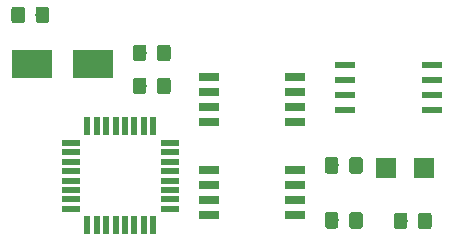
<source format=gtp>
G04 #@! TF.GenerationSoftware,KiCad,Pcbnew,(5.1.4)-1*
G04 #@! TF.CreationDate,2019-09-21T23:44:47+03:00*
G04 #@! TF.ProjectId,Project_3_BACEE,50726f6a-6563-4745-9f33-5f4241434545,v1.0*
G04 #@! TF.SameCoordinates,Original*
G04 #@! TF.FileFunction,Paste,Top*
G04 #@! TF.FilePolarity,Positive*
%FSLAX46Y46*%
G04 Gerber Fmt 4.6, Leading zero omitted, Abs format (unit mm)*
G04 Created by KiCad (PCBNEW (5.1.4)-1) date 2019-09-21 23:44:47*
%MOMM*%
%LPD*%
G04 APERTURE LIST*
%ADD10C,0.100000*%
%ADD11C,1.150000*%
%ADD12R,1.700000X0.650000*%
%ADD13R,1.750000X0.550000*%
%ADD14R,0.550000X1.500000*%
%ADD15R,1.500000X0.550000*%
%ADD16R,1.750000X1.800000*%
%ADD17R,3.500000X2.400000*%
G04 APERTURE END LIST*
D10*
G36*
X127340505Y-94043204D02*
G01*
X127364773Y-94046804D01*
X127388572Y-94052765D01*
X127411671Y-94061030D01*
X127433850Y-94071520D01*
X127454893Y-94084132D01*
X127474599Y-94098747D01*
X127492777Y-94115223D01*
X127509253Y-94133401D01*
X127523868Y-94153107D01*
X127536480Y-94174150D01*
X127546970Y-94196329D01*
X127555235Y-94219428D01*
X127561196Y-94243227D01*
X127564796Y-94267495D01*
X127566000Y-94291999D01*
X127566000Y-95192001D01*
X127564796Y-95216505D01*
X127561196Y-95240773D01*
X127555235Y-95264572D01*
X127546970Y-95287671D01*
X127536480Y-95309850D01*
X127523868Y-95330893D01*
X127509253Y-95350599D01*
X127492777Y-95368777D01*
X127474599Y-95385253D01*
X127454893Y-95399868D01*
X127433850Y-95412480D01*
X127411671Y-95422970D01*
X127388572Y-95431235D01*
X127364773Y-95437196D01*
X127340505Y-95440796D01*
X127316001Y-95442000D01*
X126665999Y-95442000D01*
X126641495Y-95440796D01*
X126617227Y-95437196D01*
X126593428Y-95431235D01*
X126570329Y-95422970D01*
X126548150Y-95412480D01*
X126527107Y-95399868D01*
X126507401Y-95385253D01*
X126489223Y-95368777D01*
X126472747Y-95350599D01*
X126458132Y-95330893D01*
X126445520Y-95309850D01*
X126435030Y-95287671D01*
X126426765Y-95264572D01*
X126420804Y-95240773D01*
X126417204Y-95216505D01*
X126416000Y-95192001D01*
X126416000Y-94291999D01*
X126417204Y-94267495D01*
X126420804Y-94243227D01*
X126426765Y-94219428D01*
X126435030Y-94196329D01*
X126445520Y-94174150D01*
X126458132Y-94153107D01*
X126472747Y-94133401D01*
X126489223Y-94115223D01*
X126507401Y-94098747D01*
X126527107Y-94084132D01*
X126548150Y-94071520D01*
X126570329Y-94061030D01*
X126593428Y-94052765D01*
X126617227Y-94046804D01*
X126641495Y-94043204D01*
X126665999Y-94042000D01*
X127316001Y-94042000D01*
X127340505Y-94043204D01*
X127340505Y-94043204D01*
G37*
D11*
X126991000Y-94742000D03*
D10*
G36*
X129390505Y-94043204D02*
G01*
X129414773Y-94046804D01*
X129438572Y-94052765D01*
X129461671Y-94061030D01*
X129483850Y-94071520D01*
X129504893Y-94084132D01*
X129524599Y-94098747D01*
X129542777Y-94115223D01*
X129559253Y-94133401D01*
X129573868Y-94153107D01*
X129586480Y-94174150D01*
X129596970Y-94196329D01*
X129605235Y-94219428D01*
X129611196Y-94243227D01*
X129614796Y-94267495D01*
X129616000Y-94291999D01*
X129616000Y-95192001D01*
X129614796Y-95216505D01*
X129611196Y-95240773D01*
X129605235Y-95264572D01*
X129596970Y-95287671D01*
X129586480Y-95309850D01*
X129573868Y-95330893D01*
X129559253Y-95350599D01*
X129542777Y-95368777D01*
X129524599Y-95385253D01*
X129504893Y-95399868D01*
X129483850Y-95412480D01*
X129461671Y-95422970D01*
X129438572Y-95431235D01*
X129414773Y-95437196D01*
X129390505Y-95440796D01*
X129366001Y-95442000D01*
X128715999Y-95442000D01*
X128691495Y-95440796D01*
X128667227Y-95437196D01*
X128643428Y-95431235D01*
X128620329Y-95422970D01*
X128598150Y-95412480D01*
X128577107Y-95399868D01*
X128557401Y-95385253D01*
X128539223Y-95368777D01*
X128522747Y-95350599D01*
X128508132Y-95330893D01*
X128495520Y-95309850D01*
X128485030Y-95287671D01*
X128476765Y-95264572D01*
X128470804Y-95240773D01*
X128467204Y-95216505D01*
X128466000Y-95192001D01*
X128466000Y-94291999D01*
X128467204Y-94267495D01*
X128470804Y-94243227D01*
X128476765Y-94219428D01*
X128485030Y-94196329D01*
X128495520Y-94174150D01*
X128508132Y-94153107D01*
X128522747Y-94133401D01*
X128539223Y-94115223D01*
X128557401Y-94098747D01*
X128577107Y-94084132D01*
X128598150Y-94071520D01*
X128620329Y-94061030D01*
X128643428Y-94052765D01*
X128667227Y-94046804D01*
X128691495Y-94043204D01*
X128715999Y-94042000D01*
X129366001Y-94042000D01*
X129390505Y-94043204D01*
X129390505Y-94043204D01*
G37*
D11*
X129041000Y-94742000D03*
D10*
G36*
X127340505Y-91249204D02*
G01*
X127364773Y-91252804D01*
X127388572Y-91258765D01*
X127411671Y-91267030D01*
X127433850Y-91277520D01*
X127454893Y-91290132D01*
X127474599Y-91304747D01*
X127492777Y-91321223D01*
X127509253Y-91339401D01*
X127523868Y-91359107D01*
X127536480Y-91380150D01*
X127546970Y-91402329D01*
X127555235Y-91425428D01*
X127561196Y-91449227D01*
X127564796Y-91473495D01*
X127566000Y-91497999D01*
X127566000Y-92398001D01*
X127564796Y-92422505D01*
X127561196Y-92446773D01*
X127555235Y-92470572D01*
X127546970Y-92493671D01*
X127536480Y-92515850D01*
X127523868Y-92536893D01*
X127509253Y-92556599D01*
X127492777Y-92574777D01*
X127474599Y-92591253D01*
X127454893Y-92605868D01*
X127433850Y-92618480D01*
X127411671Y-92628970D01*
X127388572Y-92637235D01*
X127364773Y-92643196D01*
X127340505Y-92646796D01*
X127316001Y-92648000D01*
X126665999Y-92648000D01*
X126641495Y-92646796D01*
X126617227Y-92643196D01*
X126593428Y-92637235D01*
X126570329Y-92628970D01*
X126548150Y-92618480D01*
X126527107Y-92605868D01*
X126507401Y-92591253D01*
X126489223Y-92574777D01*
X126472747Y-92556599D01*
X126458132Y-92536893D01*
X126445520Y-92515850D01*
X126435030Y-92493671D01*
X126426765Y-92470572D01*
X126420804Y-92446773D01*
X126417204Y-92422505D01*
X126416000Y-92398001D01*
X126416000Y-91497999D01*
X126417204Y-91473495D01*
X126420804Y-91449227D01*
X126426765Y-91425428D01*
X126435030Y-91402329D01*
X126445520Y-91380150D01*
X126458132Y-91359107D01*
X126472747Y-91339401D01*
X126489223Y-91321223D01*
X126507401Y-91304747D01*
X126527107Y-91290132D01*
X126548150Y-91277520D01*
X126570329Y-91267030D01*
X126593428Y-91258765D01*
X126617227Y-91252804D01*
X126641495Y-91249204D01*
X126665999Y-91248000D01*
X127316001Y-91248000D01*
X127340505Y-91249204D01*
X127340505Y-91249204D01*
G37*
D11*
X126991000Y-91948000D03*
D10*
G36*
X129390505Y-91249204D02*
G01*
X129414773Y-91252804D01*
X129438572Y-91258765D01*
X129461671Y-91267030D01*
X129483850Y-91277520D01*
X129504893Y-91290132D01*
X129524599Y-91304747D01*
X129542777Y-91321223D01*
X129559253Y-91339401D01*
X129573868Y-91359107D01*
X129586480Y-91380150D01*
X129596970Y-91402329D01*
X129605235Y-91425428D01*
X129611196Y-91449227D01*
X129614796Y-91473495D01*
X129616000Y-91497999D01*
X129616000Y-92398001D01*
X129614796Y-92422505D01*
X129611196Y-92446773D01*
X129605235Y-92470572D01*
X129596970Y-92493671D01*
X129586480Y-92515850D01*
X129573868Y-92536893D01*
X129559253Y-92556599D01*
X129542777Y-92574777D01*
X129524599Y-92591253D01*
X129504893Y-92605868D01*
X129483850Y-92618480D01*
X129461671Y-92628970D01*
X129438572Y-92637235D01*
X129414773Y-92643196D01*
X129390505Y-92646796D01*
X129366001Y-92648000D01*
X128715999Y-92648000D01*
X128691495Y-92646796D01*
X128667227Y-92643196D01*
X128643428Y-92637235D01*
X128620329Y-92628970D01*
X128598150Y-92618480D01*
X128577107Y-92605868D01*
X128557401Y-92591253D01*
X128539223Y-92574777D01*
X128522747Y-92556599D01*
X128508132Y-92536893D01*
X128495520Y-92515850D01*
X128485030Y-92493671D01*
X128476765Y-92470572D01*
X128470804Y-92446773D01*
X128467204Y-92422505D01*
X128466000Y-92398001D01*
X128466000Y-91497999D01*
X128467204Y-91473495D01*
X128470804Y-91449227D01*
X128476765Y-91425428D01*
X128485030Y-91402329D01*
X128495520Y-91380150D01*
X128508132Y-91359107D01*
X128522747Y-91339401D01*
X128539223Y-91321223D01*
X128557401Y-91304747D01*
X128577107Y-91290132D01*
X128598150Y-91277520D01*
X128620329Y-91267030D01*
X128643428Y-91258765D01*
X128667227Y-91252804D01*
X128691495Y-91249204D01*
X128715999Y-91248000D01*
X129366001Y-91248000D01*
X129390505Y-91249204D01*
X129390505Y-91249204D01*
G37*
D11*
X129041000Y-91948000D03*
D10*
G36*
X145646505Y-100778204D02*
G01*
X145670773Y-100781804D01*
X145694572Y-100787765D01*
X145717671Y-100796030D01*
X145739850Y-100806520D01*
X145760893Y-100819132D01*
X145780599Y-100833747D01*
X145798777Y-100850223D01*
X145815253Y-100868401D01*
X145829868Y-100888107D01*
X145842480Y-100909150D01*
X145852970Y-100931329D01*
X145861235Y-100954428D01*
X145867196Y-100978227D01*
X145870796Y-101002495D01*
X145872000Y-101026999D01*
X145872000Y-101927001D01*
X145870796Y-101951505D01*
X145867196Y-101975773D01*
X145861235Y-101999572D01*
X145852970Y-102022671D01*
X145842480Y-102044850D01*
X145829868Y-102065893D01*
X145815253Y-102085599D01*
X145798777Y-102103777D01*
X145780599Y-102120253D01*
X145760893Y-102134868D01*
X145739850Y-102147480D01*
X145717671Y-102157970D01*
X145694572Y-102166235D01*
X145670773Y-102172196D01*
X145646505Y-102175796D01*
X145622001Y-102177000D01*
X144971999Y-102177000D01*
X144947495Y-102175796D01*
X144923227Y-102172196D01*
X144899428Y-102166235D01*
X144876329Y-102157970D01*
X144854150Y-102147480D01*
X144833107Y-102134868D01*
X144813401Y-102120253D01*
X144795223Y-102103777D01*
X144778747Y-102085599D01*
X144764132Y-102065893D01*
X144751520Y-102044850D01*
X144741030Y-102022671D01*
X144732765Y-101999572D01*
X144726804Y-101975773D01*
X144723204Y-101951505D01*
X144722000Y-101927001D01*
X144722000Y-101026999D01*
X144723204Y-101002495D01*
X144726804Y-100978227D01*
X144732765Y-100954428D01*
X144741030Y-100931329D01*
X144751520Y-100909150D01*
X144764132Y-100888107D01*
X144778747Y-100868401D01*
X144795223Y-100850223D01*
X144813401Y-100833747D01*
X144833107Y-100819132D01*
X144854150Y-100806520D01*
X144876329Y-100796030D01*
X144899428Y-100787765D01*
X144923227Y-100781804D01*
X144947495Y-100778204D01*
X144971999Y-100777000D01*
X145622001Y-100777000D01*
X145646505Y-100778204D01*
X145646505Y-100778204D01*
G37*
D11*
X145297000Y-101477000D03*
D10*
G36*
X143596505Y-100778204D02*
G01*
X143620773Y-100781804D01*
X143644572Y-100787765D01*
X143667671Y-100796030D01*
X143689850Y-100806520D01*
X143710893Y-100819132D01*
X143730599Y-100833747D01*
X143748777Y-100850223D01*
X143765253Y-100868401D01*
X143779868Y-100888107D01*
X143792480Y-100909150D01*
X143802970Y-100931329D01*
X143811235Y-100954428D01*
X143817196Y-100978227D01*
X143820796Y-101002495D01*
X143822000Y-101026999D01*
X143822000Y-101927001D01*
X143820796Y-101951505D01*
X143817196Y-101975773D01*
X143811235Y-101999572D01*
X143802970Y-102022671D01*
X143792480Y-102044850D01*
X143779868Y-102065893D01*
X143765253Y-102085599D01*
X143748777Y-102103777D01*
X143730599Y-102120253D01*
X143710893Y-102134868D01*
X143689850Y-102147480D01*
X143667671Y-102157970D01*
X143644572Y-102166235D01*
X143620773Y-102172196D01*
X143596505Y-102175796D01*
X143572001Y-102177000D01*
X142921999Y-102177000D01*
X142897495Y-102175796D01*
X142873227Y-102172196D01*
X142849428Y-102166235D01*
X142826329Y-102157970D01*
X142804150Y-102147480D01*
X142783107Y-102134868D01*
X142763401Y-102120253D01*
X142745223Y-102103777D01*
X142728747Y-102085599D01*
X142714132Y-102065893D01*
X142701520Y-102044850D01*
X142691030Y-102022671D01*
X142682765Y-101999572D01*
X142676804Y-101975773D01*
X142673204Y-101951505D01*
X142672000Y-101927001D01*
X142672000Y-101026999D01*
X142673204Y-101002495D01*
X142676804Y-100978227D01*
X142682765Y-100954428D01*
X142691030Y-100931329D01*
X142701520Y-100909150D01*
X142714132Y-100888107D01*
X142728747Y-100868401D01*
X142745223Y-100850223D01*
X142763401Y-100833747D01*
X142783107Y-100819132D01*
X142804150Y-100806520D01*
X142826329Y-100796030D01*
X142849428Y-100787765D01*
X142873227Y-100781804D01*
X142897495Y-100778204D01*
X142921999Y-100777000D01*
X143572001Y-100777000D01*
X143596505Y-100778204D01*
X143596505Y-100778204D01*
G37*
D11*
X143247000Y-101477000D03*
D10*
G36*
X149438505Y-105473204D02*
G01*
X149462773Y-105476804D01*
X149486572Y-105482765D01*
X149509671Y-105491030D01*
X149531850Y-105501520D01*
X149552893Y-105514132D01*
X149572599Y-105528747D01*
X149590777Y-105545223D01*
X149607253Y-105563401D01*
X149621868Y-105583107D01*
X149634480Y-105604150D01*
X149644970Y-105626329D01*
X149653235Y-105649428D01*
X149659196Y-105673227D01*
X149662796Y-105697495D01*
X149664000Y-105721999D01*
X149664000Y-106622001D01*
X149662796Y-106646505D01*
X149659196Y-106670773D01*
X149653235Y-106694572D01*
X149644970Y-106717671D01*
X149634480Y-106739850D01*
X149621868Y-106760893D01*
X149607253Y-106780599D01*
X149590777Y-106798777D01*
X149572599Y-106815253D01*
X149552893Y-106829868D01*
X149531850Y-106842480D01*
X149509671Y-106852970D01*
X149486572Y-106861235D01*
X149462773Y-106867196D01*
X149438505Y-106870796D01*
X149414001Y-106872000D01*
X148763999Y-106872000D01*
X148739495Y-106870796D01*
X148715227Y-106867196D01*
X148691428Y-106861235D01*
X148668329Y-106852970D01*
X148646150Y-106842480D01*
X148625107Y-106829868D01*
X148605401Y-106815253D01*
X148587223Y-106798777D01*
X148570747Y-106780599D01*
X148556132Y-106760893D01*
X148543520Y-106739850D01*
X148533030Y-106717671D01*
X148524765Y-106694572D01*
X148518804Y-106670773D01*
X148515204Y-106646505D01*
X148514000Y-106622001D01*
X148514000Y-105721999D01*
X148515204Y-105697495D01*
X148518804Y-105673227D01*
X148524765Y-105649428D01*
X148533030Y-105626329D01*
X148543520Y-105604150D01*
X148556132Y-105583107D01*
X148570747Y-105563401D01*
X148587223Y-105545223D01*
X148605401Y-105528747D01*
X148625107Y-105514132D01*
X148646150Y-105501520D01*
X148668329Y-105491030D01*
X148691428Y-105482765D01*
X148715227Y-105476804D01*
X148739495Y-105473204D01*
X148763999Y-105472000D01*
X149414001Y-105472000D01*
X149438505Y-105473204D01*
X149438505Y-105473204D01*
G37*
D11*
X149089000Y-106172000D03*
D10*
G36*
X151488505Y-105473204D02*
G01*
X151512773Y-105476804D01*
X151536572Y-105482765D01*
X151559671Y-105491030D01*
X151581850Y-105501520D01*
X151602893Y-105514132D01*
X151622599Y-105528747D01*
X151640777Y-105545223D01*
X151657253Y-105563401D01*
X151671868Y-105583107D01*
X151684480Y-105604150D01*
X151694970Y-105626329D01*
X151703235Y-105649428D01*
X151709196Y-105673227D01*
X151712796Y-105697495D01*
X151714000Y-105721999D01*
X151714000Y-106622001D01*
X151712796Y-106646505D01*
X151709196Y-106670773D01*
X151703235Y-106694572D01*
X151694970Y-106717671D01*
X151684480Y-106739850D01*
X151671868Y-106760893D01*
X151657253Y-106780599D01*
X151640777Y-106798777D01*
X151622599Y-106815253D01*
X151602893Y-106829868D01*
X151581850Y-106842480D01*
X151559671Y-106852970D01*
X151536572Y-106861235D01*
X151512773Y-106867196D01*
X151488505Y-106870796D01*
X151464001Y-106872000D01*
X150813999Y-106872000D01*
X150789495Y-106870796D01*
X150765227Y-106867196D01*
X150741428Y-106861235D01*
X150718329Y-106852970D01*
X150696150Y-106842480D01*
X150675107Y-106829868D01*
X150655401Y-106815253D01*
X150637223Y-106798777D01*
X150620747Y-106780599D01*
X150606132Y-106760893D01*
X150593520Y-106739850D01*
X150583030Y-106717671D01*
X150574765Y-106694572D01*
X150568804Y-106670773D01*
X150565204Y-106646505D01*
X150564000Y-106622001D01*
X150564000Y-105721999D01*
X150565204Y-105697495D01*
X150568804Y-105673227D01*
X150574765Y-105649428D01*
X150583030Y-105626329D01*
X150593520Y-105604150D01*
X150606132Y-105583107D01*
X150620747Y-105563401D01*
X150637223Y-105545223D01*
X150655401Y-105528747D01*
X150675107Y-105514132D01*
X150696150Y-105501520D01*
X150718329Y-105491030D01*
X150741428Y-105482765D01*
X150765227Y-105476804D01*
X150789495Y-105473204D01*
X150813999Y-105472000D01*
X151464001Y-105472000D01*
X151488505Y-105473204D01*
X151488505Y-105473204D01*
G37*
D11*
X151139000Y-106172000D03*
D10*
G36*
X143596505Y-105428204D02*
G01*
X143620773Y-105431804D01*
X143644572Y-105437765D01*
X143667671Y-105446030D01*
X143689850Y-105456520D01*
X143710893Y-105469132D01*
X143730599Y-105483747D01*
X143748777Y-105500223D01*
X143765253Y-105518401D01*
X143779868Y-105538107D01*
X143792480Y-105559150D01*
X143802970Y-105581329D01*
X143811235Y-105604428D01*
X143817196Y-105628227D01*
X143820796Y-105652495D01*
X143822000Y-105676999D01*
X143822000Y-106577001D01*
X143820796Y-106601505D01*
X143817196Y-106625773D01*
X143811235Y-106649572D01*
X143802970Y-106672671D01*
X143792480Y-106694850D01*
X143779868Y-106715893D01*
X143765253Y-106735599D01*
X143748777Y-106753777D01*
X143730599Y-106770253D01*
X143710893Y-106784868D01*
X143689850Y-106797480D01*
X143667671Y-106807970D01*
X143644572Y-106816235D01*
X143620773Y-106822196D01*
X143596505Y-106825796D01*
X143572001Y-106827000D01*
X142921999Y-106827000D01*
X142897495Y-106825796D01*
X142873227Y-106822196D01*
X142849428Y-106816235D01*
X142826329Y-106807970D01*
X142804150Y-106797480D01*
X142783107Y-106784868D01*
X142763401Y-106770253D01*
X142745223Y-106753777D01*
X142728747Y-106735599D01*
X142714132Y-106715893D01*
X142701520Y-106694850D01*
X142691030Y-106672671D01*
X142682765Y-106649572D01*
X142676804Y-106625773D01*
X142673204Y-106601505D01*
X142672000Y-106577001D01*
X142672000Y-105676999D01*
X142673204Y-105652495D01*
X142676804Y-105628227D01*
X142682765Y-105604428D01*
X142691030Y-105581329D01*
X142701520Y-105559150D01*
X142714132Y-105538107D01*
X142728747Y-105518401D01*
X142745223Y-105500223D01*
X142763401Y-105483747D01*
X142783107Y-105469132D01*
X142804150Y-105456520D01*
X142826329Y-105446030D01*
X142849428Y-105437765D01*
X142873227Y-105431804D01*
X142897495Y-105428204D01*
X142921999Y-105427000D01*
X143572001Y-105427000D01*
X143596505Y-105428204D01*
X143596505Y-105428204D01*
G37*
D11*
X143247000Y-106127000D03*
D10*
G36*
X145646505Y-105428204D02*
G01*
X145670773Y-105431804D01*
X145694572Y-105437765D01*
X145717671Y-105446030D01*
X145739850Y-105456520D01*
X145760893Y-105469132D01*
X145780599Y-105483747D01*
X145798777Y-105500223D01*
X145815253Y-105518401D01*
X145829868Y-105538107D01*
X145842480Y-105559150D01*
X145852970Y-105581329D01*
X145861235Y-105604428D01*
X145867196Y-105628227D01*
X145870796Y-105652495D01*
X145872000Y-105676999D01*
X145872000Y-106577001D01*
X145870796Y-106601505D01*
X145867196Y-106625773D01*
X145861235Y-106649572D01*
X145852970Y-106672671D01*
X145842480Y-106694850D01*
X145829868Y-106715893D01*
X145815253Y-106735599D01*
X145798777Y-106753777D01*
X145780599Y-106770253D01*
X145760893Y-106784868D01*
X145739850Y-106797480D01*
X145717671Y-106807970D01*
X145694572Y-106816235D01*
X145670773Y-106822196D01*
X145646505Y-106825796D01*
X145622001Y-106827000D01*
X144971999Y-106827000D01*
X144947495Y-106825796D01*
X144923227Y-106822196D01*
X144899428Y-106816235D01*
X144876329Y-106807970D01*
X144854150Y-106797480D01*
X144833107Y-106784868D01*
X144813401Y-106770253D01*
X144795223Y-106753777D01*
X144778747Y-106735599D01*
X144764132Y-106715893D01*
X144751520Y-106694850D01*
X144741030Y-106672671D01*
X144732765Y-106649572D01*
X144726804Y-106625773D01*
X144723204Y-106601505D01*
X144722000Y-106577001D01*
X144722000Y-105676999D01*
X144723204Y-105652495D01*
X144726804Y-105628227D01*
X144732765Y-105604428D01*
X144741030Y-105581329D01*
X144751520Y-105559150D01*
X144764132Y-105538107D01*
X144778747Y-105518401D01*
X144795223Y-105500223D01*
X144813401Y-105483747D01*
X144833107Y-105469132D01*
X144854150Y-105456520D01*
X144876329Y-105446030D01*
X144899428Y-105437765D01*
X144923227Y-105431804D01*
X144947495Y-105428204D01*
X144971999Y-105427000D01*
X145622001Y-105427000D01*
X145646505Y-105428204D01*
X145646505Y-105428204D01*
G37*
D11*
X145297000Y-106127000D03*
D10*
G36*
X117053505Y-88035204D02*
G01*
X117077773Y-88038804D01*
X117101572Y-88044765D01*
X117124671Y-88053030D01*
X117146850Y-88063520D01*
X117167893Y-88076132D01*
X117187599Y-88090747D01*
X117205777Y-88107223D01*
X117222253Y-88125401D01*
X117236868Y-88145107D01*
X117249480Y-88166150D01*
X117259970Y-88188329D01*
X117268235Y-88211428D01*
X117274196Y-88235227D01*
X117277796Y-88259495D01*
X117279000Y-88283999D01*
X117279000Y-89184001D01*
X117277796Y-89208505D01*
X117274196Y-89232773D01*
X117268235Y-89256572D01*
X117259970Y-89279671D01*
X117249480Y-89301850D01*
X117236868Y-89322893D01*
X117222253Y-89342599D01*
X117205777Y-89360777D01*
X117187599Y-89377253D01*
X117167893Y-89391868D01*
X117146850Y-89404480D01*
X117124671Y-89414970D01*
X117101572Y-89423235D01*
X117077773Y-89429196D01*
X117053505Y-89432796D01*
X117029001Y-89434000D01*
X116378999Y-89434000D01*
X116354495Y-89432796D01*
X116330227Y-89429196D01*
X116306428Y-89423235D01*
X116283329Y-89414970D01*
X116261150Y-89404480D01*
X116240107Y-89391868D01*
X116220401Y-89377253D01*
X116202223Y-89360777D01*
X116185747Y-89342599D01*
X116171132Y-89322893D01*
X116158520Y-89301850D01*
X116148030Y-89279671D01*
X116139765Y-89256572D01*
X116133804Y-89232773D01*
X116130204Y-89208505D01*
X116129000Y-89184001D01*
X116129000Y-88283999D01*
X116130204Y-88259495D01*
X116133804Y-88235227D01*
X116139765Y-88211428D01*
X116148030Y-88188329D01*
X116158520Y-88166150D01*
X116171132Y-88145107D01*
X116185747Y-88125401D01*
X116202223Y-88107223D01*
X116220401Y-88090747D01*
X116240107Y-88076132D01*
X116261150Y-88063520D01*
X116283329Y-88053030D01*
X116306428Y-88044765D01*
X116330227Y-88038804D01*
X116354495Y-88035204D01*
X116378999Y-88034000D01*
X117029001Y-88034000D01*
X117053505Y-88035204D01*
X117053505Y-88035204D01*
G37*
D11*
X116704000Y-88734000D03*
D10*
G36*
X119103505Y-88035204D02*
G01*
X119127773Y-88038804D01*
X119151572Y-88044765D01*
X119174671Y-88053030D01*
X119196850Y-88063520D01*
X119217893Y-88076132D01*
X119237599Y-88090747D01*
X119255777Y-88107223D01*
X119272253Y-88125401D01*
X119286868Y-88145107D01*
X119299480Y-88166150D01*
X119309970Y-88188329D01*
X119318235Y-88211428D01*
X119324196Y-88235227D01*
X119327796Y-88259495D01*
X119329000Y-88283999D01*
X119329000Y-89184001D01*
X119327796Y-89208505D01*
X119324196Y-89232773D01*
X119318235Y-89256572D01*
X119309970Y-89279671D01*
X119299480Y-89301850D01*
X119286868Y-89322893D01*
X119272253Y-89342599D01*
X119255777Y-89360777D01*
X119237599Y-89377253D01*
X119217893Y-89391868D01*
X119196850Y-89404480D01*
X119174671Y-89414970D01*
X119151572Y-89423235D01*
X119127773Y-89429196D01*
X119103505Y-89432796D01*
X119079001Y-89434000D01*
X118428999Y-89434000D01*
X118404495Y-89432796D01*
X118380227Y-89429196D01*
X118356428Y-89423235D01*
X118333329Y-89414970D01*
X118311150Y-89404480D01*
X118290107Y-89391868D01*
X118270401Y-89377253D01*
X118252223Y-89360777D01*
X118235747Y-89342599D01*
X118221132Y-89322893D01*
X118208520Y-89301850D01*
X118198030Y-89279671D01*
X118189765Y-89256572D01*
X118183804Y-89232773D01*
X118180204Y-89208505D01*
X118179000Y-89184001D01*
X118179000Y-88283999D01*
X118180204Y-88259495D01*
X118183804Y-88235227D01*
X118189765Y-88211428D01*
X118198030Y-88188329D01*
X118208520Y-88166150D01*
X118221132Y-88145107D01*
X118235747Y-88125401D01*
X118252223Y-88107223D01*
X118270401Y-88090747D01*
X118290107Y-88076132D01*
X118311150Y-88063520D01*
X118333329Y-88053030D01*
X118356428Y-88044765D01*
X118380227Y-88038804D01*
X118404495Y-88035204D01*
X118428999Y-88034000D01*
X119079001Y-88034000D01*
X119103505Y-88035204D01*
X119103505Y-88035204D01*
G37*
D11*
X118754000Y-88734000D03*
D12*
X132875000Y-101854000D03*
X132875000Y-103124000D03*
X132875000Y-104394000D03*
X132875000Y-105664000D03*
X140175000Y-105664000D03*
X140175000Y-104394000D03*
X140175000Y-103124000D03*
X140175000Y-101854000D03*
X140175000Y-93980000D03*
X140175000Y-95250000D03*
X140175000Y-96520000D03*
X140175000Y-97790000D03*
X132875000Y-97790000D03*
X132875000Y-96520000D03*
X132875000Y-95250000D03*
X132875000Y-93980000D03*
D13*
X144382000Y-92964000D03*
X144382000Y-94234000D03*
X144382000Y-95504000D03*
X144382000Y-96774000D03*
X151782000Y-96774000D03*
X151782000Y-95504000D03*
X151782000Y-94234000D03*
X151782000Y-92964000D03*
D14*
X122549000Y-106562000D03*
D15*
X121149000Y-99562000D03*
X121149000Y-100362000D03*
X121149000Y-101162000D03*
X121149000Y-101962000D03*
X121149000Y-102762000D03*
X121149000Y-103562000D03*
X121149000Y-104362000D03*
X121149000Y-105162000D03*
D14*
X123349000Y-106562000D03*
X124149000Y-106562000D03*
X124949000Y-106562000D03*
X125749000Y-106562000D03*
X126549000Y-106562000D03*
X127349000Y-106562000D03*
X128149000Y-106562000D03*
D15*
X129549000Y-105162000D03*
X129549000Y-104362000D03*
X129549000Y-103562000D03*
X129549000Y-102762000D03*
X129549000Y-101962000D03*
X129549000Y-101162000D03*
X129549000Y-100362000D03*
X129549000Y-99562000D03*
D14*
X128149000Y-98162000D03*
X127349000Y-98162000D03*
X126549000Y-98162000D03*
X125749000Y-98162000D03*
X124949000Y-98162000D03*
X124149000Y-98162000D03*
X123349000Y-98162000D03*
X122549000Y-98162000D03*
D16*
X147854000Y-101727000D03*
X151104000Y-101727000D03*
D17*
X117879000Y-92898000D03*
X123079000Y-92898000D03*
M02*

</source>
